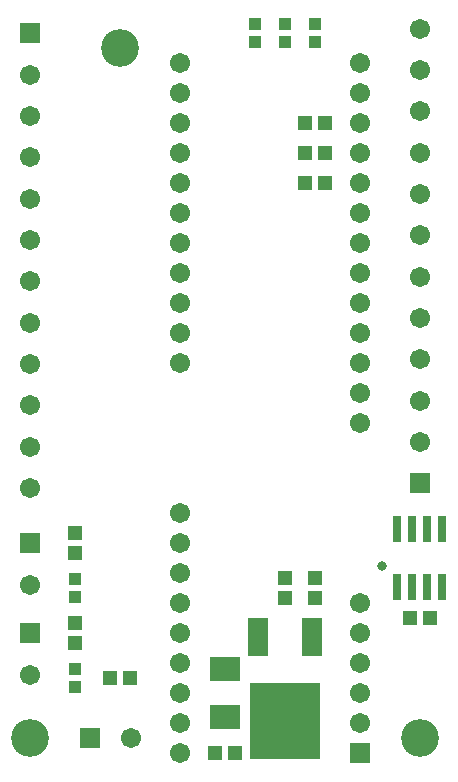
<source format=gts>
G75*
%MOIN*%
%OFA0B0*%
%FSLAX25Y25*%
%IPPOS*%
%LPD*%
%AMOC8*
5,1,8,0,0,1.08239X$1,22.5*
%
%ADD10R,0.05131X0.04737*%
%ADD11R,0.23635X0.25209*%
%ADD12R,0.07099X0.12611*%
%ADD13C,0.06737*%
%ADD14R,0.06737X0.06737*%
%ADD15R,0.03950X0.03950*%
%ADD16R,0.04737X0.05131*%
%ADD17R,0.03000X0.08600*%
%ADD18R,0.10249X0.07887*%
%ADD19C,0.12611*%
%ADD20C,0.03187*%
D10*
X0034017Y0053817D03*
X0034017Y0060510D03*
X0045670Y0042163D03*
X0052363Y0042163D03*
X0080670Y0017163D03*
X0087363Y0017163D03*
X0104017Y0068817D03*
X0104017Y0075510D03*
X0114017Y0075510D03*
X0114017Y0068817D03*
X0145670Y0062163D03*
X0152363Y0062163D03*
X0034017Y0083817D03*
X0034017Y0090510D03*
D11*
X0104017Y0027793D03*
D12*
X0112993Y0056061D03*
X0095040Y0056061D03*
D13*
X0069017Y0057163D03*
X0069017Y0067163D03*
X0069017Y0077163D03*
X0069017Y0087163D03*
X0069017Y0097163D03*
X0069017Y0147163D03*
X0069017Y0157163D03*
X0069017Y0167163D03*
X0069017Y0177163D03*
X0069017Y0187163D03*
X0069017Y0197163D03*
X0069017Y0207163D03*
X0069017Y0217163D03*
X0069017Y0227163D03*
X0069017Y0237163D03*
X0069017Y0247163D03*
X0019017Y0243384D03*
X0019017Y0229604D03*
X0019017Y0215825D03*
X0019017Y0202045D03*
X0019017Y0188266D03*
X0019017Y0174486D03*
X0019017Y0160707D03*
X0019017Y0146927D03*
X0019017Y0133148D03*
X0019017Y0119368D03*
X0019017Y0105588D03*
X0019017Y0073384D03*
X0019017Y0043384D03*
X0052796Y0022163D03*
X0069017Y0017163D03*
X0069017Y0027163D03*
X0069017Y0037163D03*
X0069017Y0047163D03*
X0129017Y0047163D03*
X0129017Y0037163D03*
X0129017Y0027163D03*
X0129017Y0057163D03*
X0129017Y0067163D03*
X0149017Y0120943D03*
X0149017Y0134722D03*
X0149017Y0148502D03*
X0149017Y0162281D03*
X0149017Y0176061D03*
X0149017Y0189840D03*
X0149017Y0203620D03*
X0149017Y0217399D03*
X0149017Y0231179D03*
X0149017Y0244959D03*
X0149017Y0258738D03*
X0129017Y0247163D03*
X0129017Y0237163D03*
X0129017Y0227163D03*
X0129017Y0217163D03*
X0129017Y0207163D03*
X0129017Y0197163D03*
X0129017Y0187163D03*
X0129017Y0177163D03*
X0129017Y0167163D03*
X0129017Y0157163D03*
X0129017Y0147163D03*
X0129017Y0137163D03*
X0129017Y0127163D03*
D14*
X0149017Y0107163D03*
X0129017Y0017163D03*
X0039017Y0022163D03*
X0019017Y0057163D03*
X0019017Y0087163D03*
X0019017Y0257163D03*
D15*
X0094017Y0254210D03*
X0094017Y0260116D03*
X0104017Y0260116D03*
X0104017Y0254210D03*
X0114017Y0254210D03*
X0114017Y0260116D03*
X0034017Y0075116D03*
X0034017Y0069210D03*
X0034017Y0045116D03*
X0034017Y0039210D03*
D16*
X0110670Y0207163D03*
X0117363Y0207163D03*
X0117363Y0217163D03*
X0110670Y0217163D03*
X0110670Y0227163D03*
X0117363Y0227163D03*
D17*
X0141517Y0091863D03*
X0146517Y0091863D03*
X0151517Y0091863D03*
X0156517Y0091863D03*
X0156517Y0072463D03*
X0151517Y0072463D03*
X0146517Y0072463D03*
X0141517Y0072463D03*
D18*
X0084017Y0045136D03*
X0084017Y0029191D03*
D19*
X0019017Y0022163D03*
X0149017Y0022163D03*
X0049017Y0252163D03*
D20*
X0136517Y0079663D03*
M02*

</source>
